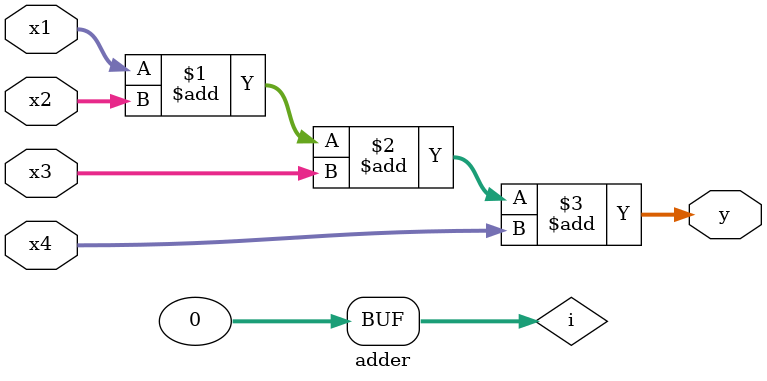
<source format=sv>
`timescale 1ns / 1ps


module adder (
input [31:0] x1, x2, x3, x4,
output logic [31:0] y
    );
    int i = 0;
    assign y = x1 + x2 + x3 + x4;
endmodule

</source>
